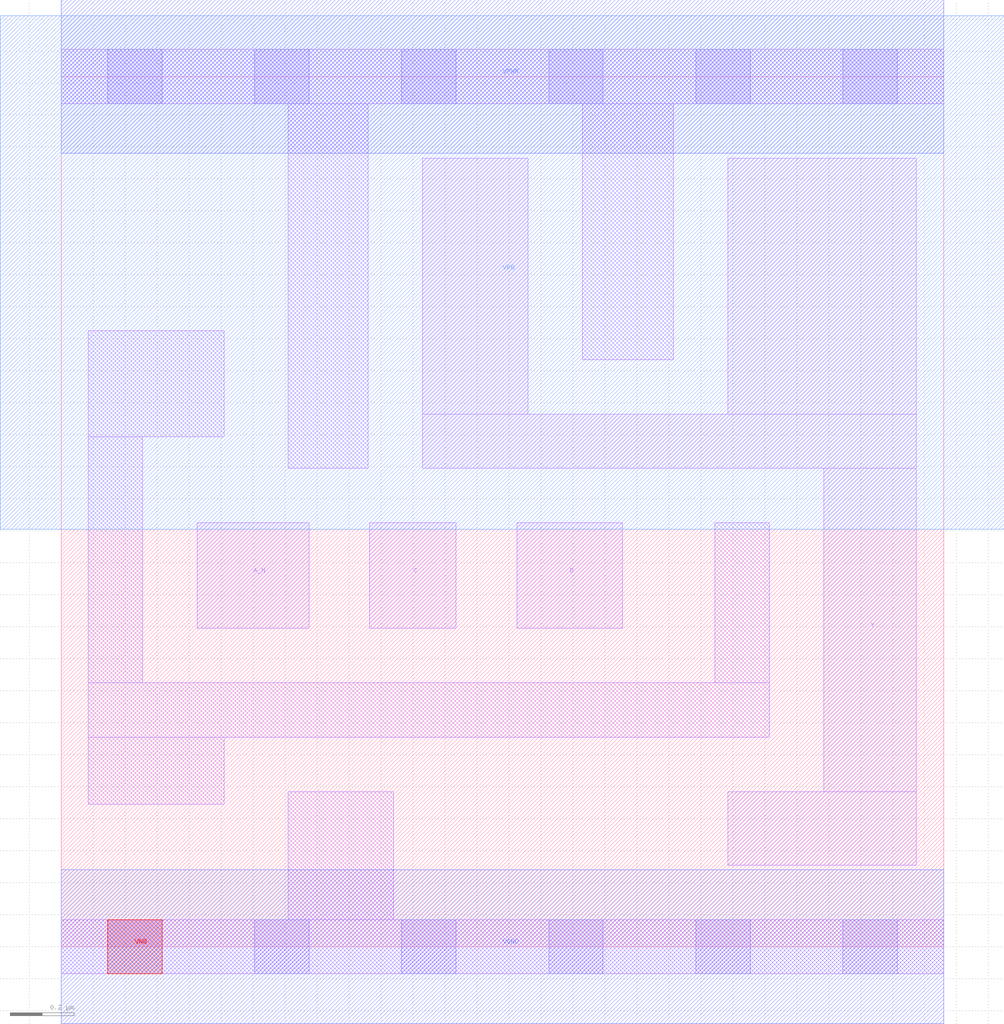
<source format=lef>
# Copyright 2020 The SkyWater PDK Authors
#
# Licensed under the Apache License, Version 2.0 (the "License");
# you may not use this file except in compliance with the License.
# You may obtain a copy of the License at
#
#     https://www.apache.org/licenses/LICENSE-2.0
#
# Unless required by applicable law or agreed to in writing, software
# distributed under the License is distributed on an "AS IS" BASIS,
# WITHOUT WARRANTIES OR CONDITIONS OF ANY KIND, either express or implied.
# See the License for the specific language governing permissions and
# limitations under the License.
#
# SPDX-License-Identifier: Apache-2.0

VERSION 5.7 ;
  NOWIREEXTENSIONATPIN ON ;
  DIVIDERCHAR "/" ;
  BUSBITCHARS "[]" ;
MACRO sky130_fd_sc_hd__nand3b_1
  CLASS CORE ;
  FOREIGN sky130_fd_sc_hd__nand3b_1 ;
  ORIGIN  0.000000  0.000000 ;
  SIZE  2.760000 BY  2.720000 ;
  SYMMETRY X Y R90 ;
  SITE unithd ;
  PIN A_N
    ANTENNAGATEAREA  0.126000 ;
    DIRECTION INPUT ;
    USE SIGNAL ;
    PORT
      LAYER li1 ;
        RECT 0.425000 0.995000 0.775000 1.325000 ;
    END
  END A_N
  PIN B
    ANTENNAGATEAREA  0.247500 ;
    DIRECTION INPUT ;
    USE SIGNAL ;
    PORT
      LAYER li1 ;
        RECT 1.425000 0.995000 1.755000 1.325000 ;
    END
  END B
  PIN C
    ANTENNAGATEAREA  0.247500 ;
    DIRECTION INPUT ;
    USE SIGNAL ;
    PORT
      LAYER li1 ;
        RECT 0.965000 0.995000 1.235000 1.325000 ;
    END
  END C
  PIN VNB
    PORT
      LAYER pwell ;
        RECT 0.145000 -0.085000 0.315000 0.085000 ;
    END
  END VNB
  PIN VPB
    PORT
      LAYER nwell ;
        RECT -0.190000 1.305000 2.950000 2.910000 ;
    END
  END VPB
  PIN Y
    ANTENNADIFFAREA  0.732000 ;
    DIRECTION OUTPUT ;
    USE SIGNAL ;
    PORT
      LAYER li1 ;
        RECT 1.130000 1.495000 2.675000 1.665000 ;
        RECT 1.130000 1.665000 1.460000 2.465000 ;
        RECT 2.085000 0.255000 2.675000 0.485000 ;
        RECT 2.085000 1.665000 2.675000 2.465000 ;
        RECT 2.385000 0.485000 2.675000 1.495000 ;
    END
  END Y
  PIN VGND
    DIRECTION INOUT ;
    SHAPE ABUTMENT ;
    USE GROUND ;
    PORT
      LAYER met1 ;
        RECT 0.000000 -0.240000 2.760000 0.240000 ;
    END
  END VGND
  PIN VPWR
    DIRECTION INOUT ;
    SHAPE ABUTMENT ;
    USE POWER ;
    PORT
      LAYER met1 ;
        RECT 0.000000 2.480000 2.760000 2.960000 ;
    END
  END VPWR
  OBS
    LAYER li1 ;
      RECT 0.000000 -0.085000 2.760000 0.085000 ;
      RECT 0.000000  2.635000 2.760000 2.805000 ;
      RECT 0.085000  0.445000 0.510000 0.655000 ;
      RECT 0.085000  0.655000 2.215000 0.825000 ;
      RECT 0.085000  0.825000 0.255000 1.595000 ;
      RECT 0.085000  1.595000 0.510000 1.925000 ;
      RECT 0.710000  0.085000 1.040000 0.485000 ;
      RECT 0.710000  1.495000 0.960000 2.635000 ;
      RECT 1.630000  1.835000 1.915000 2.635000 ;
      RECT 2.045000  0.825000 2.215000 1.325000 ;
    LAYER mcon ;
      RECT 0.145000 -0.085000 0.315000 0.085000 ;
      RECT 0.145000  2.635000 0.315000 2.805000 ;
      RECT 0.605000 -0.085000 0.775000 0.085000 ;
      RECT 0.605000  2.635000 0.775000 2.805000 ;
      RECT 1.065000 -0.085000 1.235000 0.085000 ;
      RECT 1.065000  2.635000 1.235000 2.805000 ;
      RECT 1.525000 -0.085000 1.695000 0.085000 ;
      RECT 1.525000  2.635000 1.695000 2.805000 ;
      RECT 1.985000 -0.085000 2.155000 0.085000 ;
      RECT 1.985000  2.635000 2.155000 2.805000 ;
      RECT 2.445000 -0.085000 2.615000 0.085000 ;
      RECT 2.445000  2.635000 2.615000 2.805000 ;
  END
END sky130_fd_sc_hd__nand3b_1
END LIBRARY

</source>
